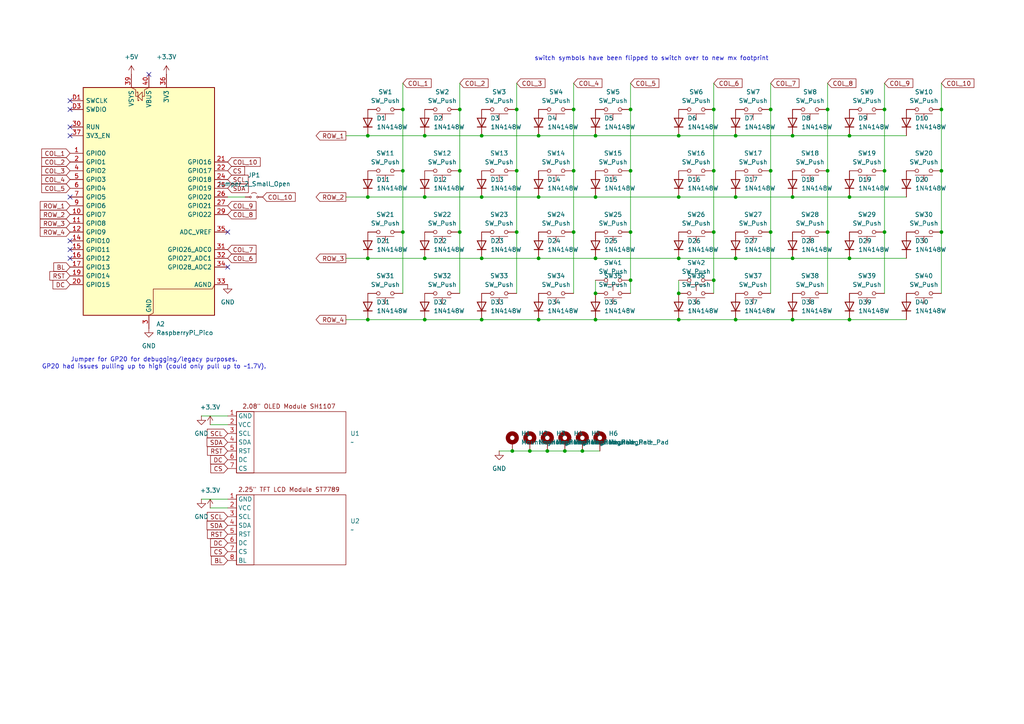
<source format=kicad_sch>
(kicad_sch (version 20250114) (generator "eeschema") (generator_version "9.0")
  (paper "A4")
  (text "Jumper for GP20 for debugging/legacy purposes.\nGP20 had issues pulling up to high (could only pull up to ~1.7V)." (at 44.704 105.41 0) (effects (font (size 1.27 1.27))))
  (text "switch symbols have been flipped to switch over to new mx footprint" (at 188.976 17.018 0) (effects (font (size 1.27 1.27))))
  (junction (at 156.21 92.71))
  (junction (at 223.52 49.53))
  (junction (at 106.68 92.71))
  (junction (at 196.85 57.15))
  (junction (at 116.84 31.75))
  (junction (at 229.87 39.37))
  (junction (at 273.05 31.75))
  (junction (at 172.72 85.09))
  (junction (at 166.37 49.53))
  (junction (at 148.59 130.81))
  (junction (at 256.54 67.31))
  (junction (at 213.36 74.93))
  (junction (at 133.35 49.53))
  (junction (at 166.37 67.31))
  (junction (at 256.54 31.75))
  (junction (at 166.37 31.75))
  (junction (at 207.01 67.31))
  (junction (at 229.87 57.15))
  (junction (at 196.85 39.37))
  (junction (at 223.52 31.75))
  (junction (at 196.85 92.71))
  (junction (at 168.91 130.81))
  (junction (at 240.03 31.75))
  (junction (at 116.84 67.31))
  (junction (at 139.7 74.93))
  (junction (at 149.86 31.75))
  (junction (at 149.86 49.53))
  (junction (at 273.05 49.53))
  (junction (at 156.21 39.37))
  (junction (at 139.7 57.15))
  (junction (at 196.85 85.09))
  (junction (at 240.03 49.53))
  (junction (at 207.01 49.53))
  (junction (at 182.88 31.75))
  (junction (at 207.01 81.28))
  (junction (at 213.36 92.71))
  (junction (at 229.87 74.93))
  (junction (at 213.36 57.15))
  (junction (at 123.19 74.93))
  (junction (at 240.03 67.31))
  (junction (at 182.88 81.28))
  (junction (at 273.05 67.31))
  (junction (at 123.19 57.15))
  (junction (at 158.75 130.81))
  (junction (at 149.86 67.31))
  (junction (at 223.52 67.31))
  (junction (at 246.38 39.37))
  (junction (at 163.83 130.81))
  (junction (at 172.72 74.93))
  (junction (at 256.54 49.53))
  (junction (at 133.35 67.31))
  (junction (at 246.38 74.93))
  (junction (at 229.87 92.71))
  (junction (at 156.21 57.15))
  (junction (at 172.72 57.15))
  (junction (at 116.84 49.53))
  (junction (at 106.68 74.93))
  (junction (at 153.67 130.81))
  (junction (at 133.35 31.75))
  (junction (at 182.88 49.53))
  (junction (at 246.38 57.15))
  (junction (at 246.38 92.71))
  (junction (at 139.7 92.71))
  (junction (at 172.72 92.71))
  (junction (at 139.7 39.37))
  (junction (at 182.88 67.31))
  (junction (at 172.72 39.37))
  (junction (at 123.19 39.37))
  (junction (at 106.68 57.15))
  (junction (at 106.68 39.37))
  (junction (at 196.85 74.93))
  (junction (at 123.19 92.71))
  (junction (at 213.36 39.37))
  (junction (at 207.01 31.75))
  (junction (at 156.21 74.93))
  (no_connect (at 20.32 57.15))
  (no_connect (at 20.32 39.37))
  (no_connect (at 20.32 36.83))
  (no_connect (at 20.32 29.21))
  (no_connect (at 20.32 31.75))
  (no_connect (at 43.18 21.59))
  (no_connect (at 66.04 67.31))
  (no_connect (at 20.32 72.39))
  (no_connect (at 20.32 69.85))
  (no_connect (at 66.04 77.47))
  (no_connect (at 20.32 74.93))
  (wire (pts (xy 139.7 92.71) (xy 156.21 92.71)))
  (wire (pts (xy 149.86 49.53) (xy 149.86 67.31)))
  (wire (pts (xy 123.19 57.15) (xy 139.7 57.15)))
  (wire (pts (xy 149.86 67.31) (xy 149.86 85.09)))
  (wire (pts (xy 213.36 92.71) (xy 229.87 92.71)))
  (wire (pts (xy 207.01 67.31) (xy 207.01 81.28)))
  (wire (pts (xy 116.84 31.75) (xy 116.84 49.53)))
  (wire (pts (xy 246.38 39.37) (xy 262.89 39.37)))
  (wire (pts (xy 58.42 144.78) (xy 66.04 144.78)))
  (wire (pts (xy 144.78 130.81) (xy 148.59 130.81)))
  (wire (pts (xy 60.96 147.32) (xy 66.04 147.32)))
  (wire (pts (xy 100.33 92.71) (xy 106.68 92.71)))
  (wire (pts (xy 207.01 31.75) (xy 207.01 49.53)))
  (wire (pts (xy 240.03 31.75) (xy 240.03 49.53)))
  (wire (pts (xy 182.88 81.28) (xy 182.88 85.09)))
  (wire (pts (xy 116.84 67.31) (xy 116.84 85.09)))
  (wire (pts (xy 213.36 74.93) (xy 229.87 74.93)))
  (wire (pts (xy 139.7 57.15) (xy 156.21 57.15)))
  (wire (pts (xy 229.87 39.37) (xy 246.38 39.37)))
  (wire (pts (xy 273.05 49.53) (xy 273.05 67.31)))
  (wire (pts (xy 213.36 57.15) (xy 229.87 57.15)))
  (wire (pts (xy 172.72 57.15) (xy 196.85 57.15)))
  (wire (pts (xy 166.37 49.53) (xy 166.37 67.31)))
  (wire (pts (xy 60.96 123.19) (xy 66.04 123.19)))
  (wire (pts (xy 116.84 49.53) (xy 116.84 67.31)))
  (wire (pts (xy 156.21 57.15) (xy 172.72 57.15)))
  (wire (pts (xy 123.19 39.37) (xy 139.7 39.37)))
  (wire (pts (xy 256.54 24.13) (xy 256.54 31.75)))
  (wire (pts (xy 100.33 57.15) (xy 106.68 57.15)))
  (wire (pts (xy 240.03 49.53) (xy 240.03 67.31)))
  (wire (pts (xy 166.37 31.75) (xy 166.37 49.53)))
  (wire (pts (xy 196.85 92.71) (xy 213.36 92.71)))
  (wire (pts (xy 133.35 67.31) (xy 133.35 85.09)))
  (wire (pts (xy 207.01 81.28) (xy 207.01 85.09)))
  (wire (pts (xy 156.21 39.37) (xy 172.72 39.37)))
  (wire (pts (xy 148.59 130.81) (xy 153.67 130.81)))
  (wire (pts (xy 149.86 24.13) (xy 149.86 31.75)))
  (wire (pts (xy 273.05 31.75) (xy 273.05 49.53)))
  (wire (pts (xy 223.52 31.75) (xy 223.52 49.53)))
  (wire (pts (xy 172.72 92.71) (xy 196.85 92.71)))
  (wire (pts (xy 133.35 24.13) (xy 133.35 31.75)))
  (wire (pts (xy 158.75 130.81) (xy 163.83 130.81)))
  (wire (pts (xy 106.68 92.71) (xy 123.19 92.71)))
  (wire (pts (xy 172.72 39.37) (xy 196.85 39.37)))
  (wire (pts (xy 256.54 31.75) (xy 256.54 49.53)))
  (wire (pts (xy 256.54 67.31) (xy 256.54 85.09)))
  (wire (pts (xy 166.37 24.13) (xy 166.37 31.75)))
  (wire (pts (xy 223.52 49.53) (xy 223.52 67.31)))
  (wire (pts (xy 273.05 24.13) (xy 273.05 31.75)))
  (wire (pts (xy 133.35 31.75) (xy 133.35 49.53)))
  (wire (pts (xy 246.38 92.71) (xy 262.89 92.71)))
  (wire (pts (xy 139.7 74.93) (xy 156.21 74.93)))
  (wire (pts (xy 168.91 130.81) (xy 173.99 130.81)))
  (wire (pts (xy 106.68 39.37) (xy 123.19 39.37)))
  (wire (pts (xy 229.87 57.15) (xy 246.38 57.15)))
  (wire (pts (xy 163.83 130.81) (xy 168.91 130.81)))
  (wire (pts (xy 172.72 81.28) (xy 172.72 85.09)))
  (wire (pts (xy 182.88 24.13) (xy 182.88 31.75)))
  (wire (pts (xy 182.88 67.31) (xy 182.88 81.28)))
  (wire (pts (xy 182.88 49.53) (xy 182.88 67.31)))
  (wire (pts (xy 213.36 39.37) (xy 229.87 39.37)))
  (wire (pts (xy 223.52 24.13) (xy 223.52 31.75)))
  (wire (pts (xy 149.86 31.75) (xy 149.86 49.53)))
  (wire (pts (xy 240.03 67.31) (xy 240.03 85.09)))
  (wire (pts (xy 166.37 67.31) (xy 166.37 85.09)))
  (wire (pts (xy 66.04 57.15) (xy 71.12 57.15)))
  (wire (pts (xy 116.84 24.13) (xy 116.84 31.75)))
  (wire (pts (xy 207.01 24.13) (xy 207.01 31.75)))
  (wire (pts (xy 153.67 130.81) (xy 158.75 130.81)))
  (wire (pts (xy 207.01 49.53) (xy 207.01 67.31)))
  (wire (pts (xy 256.54 49.53) (xy 256.54 67.31)))
  (wire (pts (xy 100.33 39.37) (xy 106.68 39.37)))
  (wire (pts (xy 139.7 39.37) (xy 156.21 39.37)))
  (wire (pts (xy 246.38 57.15) (xy 262.89 57.15)))
  (wire (pts (xy 133.35 49.53) (xy 133.35 67.31)))
  (wire (pts (xy 106.68 74.93) (xy 123.19 74.93)))
  (wire (pts (xy 123.19 74.93) (xy 139.7 74.93)))
  (wire (pts (xy 196.85 81.28) (xy 196.85 85.09)))
  (wire (pts (xy 246.38 74.93) (xy 262.89 74.93)))
  (wire (pts (xy 196.85 74.93) (xy 213.36 74.93)))
  (wire (pts (xy 156.21 92.71) (xy 172.72 92.71)))
  (wire (pts (xy 106.68 57.15) (xy 123.19 57.15)))
  (wire (pts (xy 196.85 39.37) (xy 213.36 39.37)))
  (wire (pts (xy 58.42 120.65) (xy 66.04 120.65)))
  (wire (pts (xy 196.85 57.15) (xy 213.36 57.15)))
  (wire (pts (xy 156.21 74.93) (xy 172.72 74.93)))
  (wire (pts (xy 100.33 74.93) (xy 106.68 74.93)))
  (wire (pts (xy 229.87 92.71) (xy 246.38 92.71)))
  (wire (pts (xy 273.05 67.31) (xy 273.05 85.09)))
  (wire (pts (xy 240.03 24.13) (xy 240.03 31.75)))
  (wire (pts (xy 229.87 74.93) (xy 246.38 74.93)))
  (wire (pts (xy 172.72 74.93) (xy 196.85 74.93)))
  (wire (pts (xy 223.52 67.31) (xy 223.52 85.09)))
  (wire (pts (xy 182.88 31.75) (xy 182.88 49.53)))
  (wire (pts (xy 123.19 92.71) (xy 139.7 92.71)))
  (global_label "ROW_1" (shape output) (at 100.33 39.37 180) (property "Intersheetrefs" "${INTERSHEET_REFS}" (effects (hide yes))))
  (global_label "COL_7" (shape input) (at 223.52 24.13 0) (property "Intersheetrefs" "${INTERSHEET_REFS}" (effects (hide yes))))
  (global_label "COL_3" (shape input) (at 20.32 49.53 180) (property "Intersheetrefs" "${INTERSHEET_REFS}" (effects (hide yes))))
  (global_label "BL" (shape input) (at 66.04 162.56 180) (property "Intersheetrefs" "${INTERSHEET_REFS}" (effects (hide yes))))
  (global_label "BL" (shape input) (at 20.32 77.47 180) (property "Intersheetrefs" "${INTERSHEET_REFS}" (effects (hide yes))))
  (global_label "SDA" (shape input) (at 66.04 152.4 180) (property "Intersheetrefs" "${INTERSHEET_REFS}" (effects (hide yes))))
  (global_label "SCL" (shape input) (at 66.04 125.73 180) (property "Intersheetrefs" "${INTERSHEET_REFS}" (effects (hide yes))))
  (global_label "COL_9" (shape input) (at 66.04 59.69 0) (property "Intersheetrefs" "${INTERSHEET_REFS}" (effects (hide yes))))
  (global_label "COL_10" (shape input) (at 273.05 24.13 0) (property "Intersheetrefs" "${INTERSHEET_REFS}" (effects (hide yes))))
  (global_label "COL_1" (shape input) (at 116.84 24.13 0) (property "Intersheetrefs" "${INTERSHEET_REFS}" (effects (hide yes))))
  (global_label "CS" (shape input) (at 66.04 135.89 180) (property "Intersheetrefs" "${INTERSHEET_REFS}" (effects (hide yes))))
  (global_label "COL_3" (shape input) (at 149.86 24.13 0) (property "Intersheetrefs" "${INTERSHEET_REFS}" (effects (hide yes))))
  (global_label "CS" (shape input) (at 66.04 49.53 0) (property "Intersheetrefs" "${INTERSHEET_REFS}" (effects (hide yes))))
  (global_label "CS" (shape input) (at 66.04 160.02 180) (property "Intersheetrefs" "${INTERSHEET_REFS}" (effects (hide yes))))
  (global_label "ROW_3" (shape input) (at 20.32 64.77 180) (property "Intersheetrefs" "${INTERSHEET_REFS}" (effects (hide yes))))
  (global_label "SDA" (shape input) (at 66.04 128.27 180) (property "Intersheetrefs" "${INTERSHEET_REFS}" (effects (hide yes))))
  (global_label "ROW_3" (shape output) (at 100.33 74.93 180) (property "Intersheetrefs" "${INTERSHEET_REFS}" (effects (hide yes))))
  (global_label "ROW_2" (shape output) (at 100.33 57.15 180) (property "Intersheetrefs" "${INTERSHEET_REFS}" (effects (hide yes))))
  (global_label "COL_6" (shape input) (at 207.01 24.13 0) (property "Intersheetrefs" "${INTERSHEET_REFS}" (effects (hide yes))))
  (global_label "COL_8" (shape input) (at 240.03 24.13 0) (property "Intersheetrefs" "${INTERSHEET_REFS}" (effects (hide yes))))
  (global_label "ROW_4" (shape input) (at 20.32 67.31 180) (property "Intersheetrefs" "${INTERSHEET_REFS}" (effects (hide yes))))
  (global_label "COL_4" (shape input) (at 20.32 52.07 180) (property "Intersheetrefs" "${INTERSHEET_REFS}" (effects (hide yes))))
  (global_label "COL_9" (shape input) (at 256.54 24.13 0) (property "Intersheetrefs" "${INTERSHEET_REFS}" (effects (hide yes))))
  (global_label "DC" (shape input) (at 20.32 82.55 180) (property "Intersheetrefs" "${INTERSHEET_REFS}" (effects (hide yes))))
  (global_label "COL_1" (shape input) (at 20.32 44.45 180) (property "Intersheetrefs" "${INTERSHEET_REFS}" (effects (hide yes))))
  (global_label "DC" (shape input) (at 66.04 133.35 180) (property "Intersheetrefs" "${INTERSHEET_REFS}" (effects (hide yes))))
  (global_label "COL_6" (shape input) (at 66.04 74.93 0) (property "Intersheetrefs" "${INTERSHEET_REFS}" (effects (hide yes))))
  (global_label "COL_8" (shape input) (at 66.04 62.23 0) (property "Intersheetrefs" "${INTERSHEET_REFS}" (effects (hide yes))))
  (global_label "COL_5" (shape input) (at 182.88 24.13 0) (property "Intersheetrefs" "${INTERSHEET_REFS}" (effects (hide yes))))
  (global_label "SCL" (shape input) (at 66.04 52.07 0) (property "Intersheetrefs" "${INTERSHEET_REFS}" (effects (hide yes))))
  (global_label "COL_7" (shape input) (at 66.04 72.39 0) (property "Intersheetrefs" "${INTERSHEET_REFS}" (effects (hide yes))))
  (global_label "RST" (shape input) (at 66.04 154.94 180) (property "Intersheetrefs" "${INTERSHEET_REFS}" (effects (hide yes))))
  (global_label "COL_2" (shape input) (at 133.35 24.13 0) (property "Intersheetrefs" "${INTERSHEET_REFS}" (effects (hide yes))))
  (global_label "COL_4" (shape input) (at 166.37 24.13 0) (property "Intersheetrefs" "${INTERSHEET_REFS}" (effects (hide yes))))
  (global_label "SCL" (shape input) (at 66.04 149.86 180) (property "Intersheetrefs" "${INTERSHEET_REFS}" (effects (hide yes))))
  (global_label "ROW_4" (shape output) (at 100.33 92.71 180) (property "Intersheetrefs" "${INTERSHEET_REFS}" (effects (hide yes))))
  (global_label "COL_2" (shape input) (at 20.32 46.99 180) (property "Intersheetrefs" "${INTERSHEET_REFS}" (effects (hide yes))))
  (global_label "DC" (shape input) (at 66.04 157.48 180) (property "Intersheetrefs" "${INTERSHEET_REFS}" (effects (hide yes))))
  (global_label "RST" (shape input) (at 66.04 130.81 180) (property "Intersheetrefs" "${INTERSHEET_REFS}" (effects (hide yes))))
  (global_label "COL_10" (shape input) (at 66.04 46.99 0) (property "Intersheetrefs" "${INTERSHEET_REFS}" (effects (hide yes))))
  (global_label "ROW_2" (shape input) (at 20.32 62.23 180) (property "Intersheetrefs" "${INTERSHEET_REFS}" (effects (hide yes))))
  (global_label "COL_5" (shape input) (at 20.32 54.61 180) (property "Intersheetrefs" "${INTERSHEET_REFS}" (effects (hide yes))))
  (global_label "COL_10" (shape input) (at 76.2 57.15 0) (property "Intersheetrefs" "${INTERSHEET_REFS}" (effects (hide yes))))
  (global_label "ROW_1" (shape input) (at 20.32 59.69 180) (property "Intersheetrefs" "${INTERSHEET_REFS}" (effects (hide yes))))
  (global_label "RST" (shape input) (at 20.32 80.01 180) (property "Intersheetrefs" "${INTERSHEET_REFS}" (effects (hide yes))))
  (global_label "SDA" (shape input) (at 66.04 54.61 0) (property "Intersheetrefs" "${INTERSHEET_REFS}" (effects (hide yes))))
  (symbol (lib_id "Diode:1N4148W") (at 106.68 53.34 90) (unit 1)
    (property "Reference" "D11" (at 109.22 52.0699 90) (effects (justify right)))
    (property "Value" "1N4148W" (at 109.22 54.6099 90) (effects (justify right)))
    (property "Footprint" "Diode_SMD:D_SOD-123" (effects (hide yes)))
    (property "Datasheet" "https://www.vishay.com/docs/85748/1n4148w.pdf" (effects (hide yes)))
    (property "Description" "75V 0.15A Fast Switching Diode, SOD-123" (effects (hide yes)))
    (property "Sim.Device" "D" (effects (hide yes)))
    (property "Sim.Pins" "1=K 2=A" (effects (hide yes)))
  )
  (symbol (lib_id "Diode:1N4148W") (at 156.21 35.56 90) (unit 1)
    (property "Reference" "D4" (at 158.75 34.2899 90) (effects (justify right)))
    (property "Value" "1N4148W" (at 158.75 36.8299 90) (effects (justify right)))
    (property "Footprint" "Diode_SMD:D_SOD-123" (effects (hide yes)))
    (property "Datasheet" "https://www.vishay.com/docs/85748/1n4148w.pdf" (effects (hide yes)))
    (property "Description" "75V 0.15A Fast Switching Diode, SOD-123" (effects (hide yes)))
    (property "Sim.Device" "D" (effects (hide yes)))
    (property "Sim.Pins" "1=K 2=A" (effects (hide yes)))
  )
  (symbol (lib_id "Switch:SW_Push") (at 234.95 49.53 180) (unit 1)
    (property "Reference" "SW18" (at 234.95 44.45 0))
    (property "Value" "SW_Push" (at 234.95 46.99 0))
    (property "Footprint" "keyswitches:Kailh_socket_MX" (effects (hide yes)))
    (property "Description" "Push button switch, generic, two pins" (effects (hide yes)))
  )
  (symbol (lib_id "Diode:1N4148W") (at 172.72 88.9 90) (unit 1)
    (property "Reference" "D35" (at 175.26 87.6299 90) (effects (justify right)))
    (property "Value" "1N4148W" (at 175.26 90.1699 90) (effects (justify right)))
    (property "Footprint" "Diode_SMD:D_SOD-123" (effects (hide yes)))
    (property "Datasheet" "https://www.vishay.com/docs/85748/1n4148w.pdf" (effects (hide yes)))
    (property "Description" "75V 0.15A Fast Switching Diode, SOD-123" (effects (hide yes)))
    (property "Sim.Device" "D" (effects (hide yes)))
    (property "Sim.Pins" "1=K 2=A" (effects (hide yes)))
  )
  (symbol (lib_id "power:GND") (at 66.04 82.55 0) (unit 1)
    (property "Reference" "#PWR02" (effects (hide yes)))
    (property "Value" "GND" (at 66.04 87.63 0))
    (property "Description" "Power symbol creates a global label with name \"GND\" , ground" (effects (hide yes)))
  )
  (symbol (lib_id "Diode:1N4148W") (at 172.72 35.56 90) (unit 1)
    (property "Reference" "D5" (at 175.26 34.2899 90) (effects (justify right)))
    (property "Value" "1N4148W" (at 175.26 36.8299 90) (effects (justify right)))
    (property "Footprint" "Diode_SMD:D_SOD-123" (effects (hide yes)))
    (property "Datasheet" "https://www.vishay.com/docs/85748/1n4148w.pdf" (effects (hide yes)))
    (property "Description" "75V 0.15A Fast Switching Diode, SOD-123" (effects (hide yes)))
    (property "Sim.Device" "D" (effects (hide yes)))
    (property "Sim.Pins" "1=K 2=A" (effects (hide yes)))
  )
  (symbol (lib_id "Switch:SW_Push") (at 218.44 67.31 180) (unit 1)
    (property "Reference" "SW27" (at 218.44 62.23 0))
    (property "Value" "SW_Push" (at 218.44 64.77 0))
    (property "Footprint" "keyswitches:Kailh_socket_MX" (effects (hide yes)))
    (property "Description" "Push button switch, generic, two pins" (effects (hide yes)))
  )
  (symbol (lib_id "Switch:SW_Push") (at 201.93 31.75 180) (unit 1)
    (property "Reference" "SW6" (at 201.93 26.67 0))
    (property "Value" "SW_Push" (at 201.93 29.21 0))
    (property "Footprint" "keyswitches:Kailh_socket_MX" (effects (hide yes)))
    (property "Description" "Push button switch, generic, two pins" (effects (hide yes)))
  )
  (symbol (lib_id "Mechanical:MountingHole_Pad") (at 158.75 128.27 0) (unit 1) (in_bom no)
    (property "Reference" "H3" (at 161.29 125.7299 0) (effects (justify left)))
    (property "Value" "MountingHole_Pad" (at 161.29 128.2699 0) (effects (justify left)))
    (property "Footprint" "MountingHole:MountingHole_2.2mm_M2_Pad" (effects (hide yes)))
    (property "Description" "Mounting Hole with connection" (effects (hide yes)))
  )
  (symbol (lib_id "Switch:SW_Push") (at 111.76 67.31 180) (unit 1)
    (property "Reference" "SW21" (at 111.76 62.23 0))
    (property "Value" "SW_Push" (at 111.76 64.77 0))
    (property "Footprint" "keyswitches:Kailh_socket_MX" (effects (hide yes)))
    (property "Description" "Push button switch, generic, two pins" (effects (hide yes)))
  )
  (symbol (lib_id "Switch:SW_Push") (at 201.93 49.53 180) (unit 1)
    (property "Reference" "SW16" (at 201.93 44.45 0))
    (property "Value" "SW_Push" (at 201.93 46.99 0))
    (property "Footprint" "keyswitches:Kailh_socket_MX" (effects (hide yes)))
    (property "Description" "Push button switch, generic, two pins" (effects (hide yes)))
  )
  (symbol (lib_id "Diode:1N4148W") (at 262.89 35.56 90) (unit 1)
    (property "Reference" "D10" (at 265.43 34.2899 90) (effects (justify right)))
    (property "Value" "1N4148W" (at 265.43 36.8299 90) (effects (justify right)))
    (property "Footprint" "Diode_SMD:D_SOD-123" (effects (hide yes)))
    (property "Datasheet" "https://www.vishay.com/docs/85748/1n4148w.pdf" (effects (hide yes)))
    (property "Description" "75V 0.15A Fast Switching Diode, SOD-123" (effects (hide yes)))
    (property "Sim.Device" "D" (effects (hide yes)))
    (property "Sim.Pins" "1=K 2=A" (effects (hide yes)))
  )
  (symbol (lib_id "Mechanical:MountingHole_Pad") (at 173.99 128.27 0) (unit 1) (in_bom no)
    (property "Reference" "H6" (at 176.53 125.7299 0) (effects (justify left)))
    (property "Value" "MountingHole_Pad" (at 176.53 128.2699 0) (effects (justify left)))
    (property "Footprint" "MountingHole:MountingHole_2.2mm_M2_Pad" (effects (hide yes)))
    (property "Description" "Mounting Hole with connection" (effects (hide yes)))
  )
  (symbol (lib_id "Switch:SW_Push") (at 177.8 49.53 180) (unit 1)
    (property "Reference" "SW15" (at 177.8 44.45 0))
    (property "Value" "SW_Push" (at 177.8 46.99 0))
    (property "Footprint" "keyswitches:Kailh_socket_MX" (effects (hide yes)))
    (property "Description" "Push button switch, generic, two pins" (effects (hide yes)))
  )
  (symbol (lib_id "Diode:1N4148W") (at 213.36 53.34 90) (unit 1)
    (property "Reference" "D17" (at 215.9 52.0699 90) (effects (justify right)))
    (property "Value" "1N4148W" (at 215.9 54.6099 90) (effects (justify right)))
    (property "Footprint" "Diode_SMD:D_SOD-123" (effects (hide yes)))
    (property "Datasheet" "https://www.vishay.com/docs/85748/1n4148w.pdf" (effects (hide yes)))
    (property "Description" "75V 0.15A Fast Switching Diode, SOD-123" (effects (hide yes)))
    (property "Sim.Device" "D" (effects (hide yes)))
    (property "Sim.Pins" "1=K 2=A" (effects (hide yes)))
  )
  (symbol (lib_id "power:GND") (at 144.78 130.81 0) (unit 1)
    (property "Reference" "#PWR09" (effects (hide yes)))
    (property "Value" "GND" (at 144.78 135.89 0))
    (property "Description" "Power symbol creates a global label with name \"GND\" , ground" (effects (hide yes)))
  )
  (symbol (lib_id "Switch:SW_Push") (at 251.46 31.75 180) (unit 1)
    (property "Reference" "SW9" (at 251.46 26.67 0))
    (property "Value" "SW_Push" (at 251.46 29.21 0))
    (property "Footprint" "keyswitches:Kailh_socket_MX" (effects (hide yes)))
    (property "Description" "Push button switch, generic, two pins" (effects (hide yes)))
  )
  (symbol (lib_id "Switch:SW_Push") (at 201.93 81.28 180) (unit 1)
    (property "Reference" "SW42" (at 201.93 76.2 0))
    (property "Value" "SW_Push" (at 201.93 78.74 0))
    (property "Footprint" "keyswitches:Kailh_socket_MX" (effects (hide yes)))
    (property "Description" "Push button switch, generic, two pins" (effects (hide yes)))
  )
  (symbol (lib_id "Switch:SW_Push") (at 128.27 49.53 180) (unit 1)
    (property "Reference" "SW12" (at 128.27 44.45 0))
    (property "Value" "SW_Push" (at 128.27 46.99 0))
    (property "Footprint" "keyswitches:Kailh_socket_MX" (effects (hide yes)))
    (property "Description" "Push button switch, generic, two pins" (effects (hide yes)))
  )
  (symbol (lib_id "Mechanical:MountingHole_Pad") (at 168.91 128.27 0) (unit 1) (in_bom no)
    (property "Reference" "H5" (at 171.45 125.7299 0) (effects (justify left)))
    (property "Value" "MountingHole_Pad" (at 171.45 128.2699 0) (effects (justify left)))
    (property "Footprint" "MountingHole:MountingHole_2.2mm_M2_Pad" (effects (hide yes)))
    (property "Description" "Mounting Hole with connection" (effects (hide yes)))
  )
  (symbol (lib_id "Switch:SW_Push") (at 161.29 31.75 180) (unit 1)
    (property "Reference" "SW4" (at 161.29 26.67 0))
    (property "Value" "SW_Push" (at 161.29 29.21 0))
    (property "Footprint" "keyswitches:Kailh_socket_MX" (effects (hide yes)))
    (property "Description" "Push button switch, generic, two pins" (effects (hide yes)))
  )
  (symbol (lib_id "Switch:SW_Push") (at 201.93 67.31 180) (unit 1)
    (property "Reference" "SW26" (at 201.93 62.23 0))
    (property "Value" "SW_Push" (at 201.93 64.77 0))
    (property "Footprint" "keyswitches:Kailh_socket_MX" (effects (hide yes)))
    (property "Description" "Push button switch, generic, two pins" (effects (hide yes)))
  )
  (symbol (lib_id "power:+3.3V") (at 48.26 21.59 0) (unit 1)
    (property "Reference" "#PWR04" (effects (hide yes)))
    (property "Value" "+3.3V" (at 48.26 16.51 0))
    (property "Description" "Power symbol creates a global label with name \"+3.3V\"" (effects (hide yes)))
  )
  (symbol (lib_id "Diode:1N4148W") (at 123.19 53.34 90) (unit 1)
    (property "Reference" "D12" (at 125.73 52.0699 90) (effects (justify right)))
    (property "Value" "1N4148W" (at 125.73 54.6099 90) (effects (justify right)))
    (property "Footprint" "Diode_SMD:D_SOD-123" (effects (hide yes)))
    (property "Datasheet" "https://www.vishay.com/docs/85748/1n4148w.pdf" (effects (hide yes)))
    (property "Description" "75V 0.15A Fast Switching Diode, SOD-123" (effects (hide yes)))
    (property "Sim.Device" "D" (effects (hide yes)))
    (property "Sim.Pins" "1=K 2=A" (effects (hide yes)))
  )
  (symbol (lib_id "local:2.08_Inch_OLED") (at 83.82 128.27 0) (unit 1)
    (property "Reference" "U1" (at 101.6 125.7271 0) (effects (justify left)))
    (property "Value" "~" (at 101.6 128.2671 0) (effects (justify left)))
    (property "Footprint" "local:SH1122_2.08inch" (effects (hide yes)))
  )
  (symbol (lib_id "Switch:SW_Push") (at 111.76 31.75 180) (unit 1)
    (property "Reference" "SW1" (at 111.76 26.67 0))
    (property "Value" "SW_Push" (at 111.76 29.21 0))
    (property "Footprint" "keyswitches:Kailh_socket_MX" (effects (hide yes)))
    (property "Description" "Push button switch, generic, two pins" (effects (hide yes)))
  )
  (symbol (lib_id "Switch:SW_Push") (at 201.93 85.09 180) (unit 1)
    (property "Reference" "SW36" (at 201.93 80.01 0))
    (property "Value" "SW_Push" (at 201.93 82.55 0))
    (property "Footprint" "keyswitches:Kailh_socket_MX" (effects (hide yes)))
    (property "Description" "Push button switch, generic, two pins" (effects (hide yes)))
  )
  (symbol (lib_id "Switch:SW_Push") (at 234.95 85.09 180) (unit 1)
    (property "Reference" "SW38" (at 234.95 80.01 0))
    (property "Value" "SW_Push" (at 234.95 82.55 0))
    (property "Footprint" "keyswitches:Kailh_socket_MX" (effects (hide yes)))
    (property "Description" "Push button switch, generic, two pins" (effects (hide yes)))
  )
  (symbol (lib_id "Diode:1N4148W") (at 229.87 88.9 90) (unit 1)
    (property "Reference" "D38" (at 232.41 87.6299 90) (effects (justify right)))
    (property "Value" "1N4148W" (at 232.41 90.1699 90) (effects (justify right)))
    (property "Footprint" "Diode_SMD:D_SOD-123" (effects (hide yes)))
    (property "Datasheet" "https://www.vishay.com/docs/85748/1n4148w.pdf" (effects (hide yes)))
    (property "Description" "75V 0.15A Fast Switching Diode, SOD-123" (effects (hide yes)))
    (property "Sim.Device" "D" (effects (hide yes)))
    (property "Sim.Pins" "1=K 2=A" (effects (hide yes)))
  )
  (symbol (lib_id "Diode:1N4148W") (at 106.68 71.12 90) (unit 1)
    (property "Reference" "D21" (at 109.22 69.8499 90) (effects (justify right)))
    (property "Value" "1N4148W" (at 109.22 72.3899 90) (effects (justify right)))
    (property "Footprint" "Diode_SMD:D_SOD-123" (effects (hide yes)))
    (property "Datasheet" "https://www.vishay.com/docs/85748/1n4148w.pdf" (effects (hide yes)))
    (property "Description" "75V 0.15A Fast Switching Diode, SOD-123" (effects (hide yes)))
    (property "Sim.Device" "D" (effects (hide yes)))
    (property "Sim.Pins" "1=K 2=A" (effects (hide yes)))
  )
  (symbol (lib_id "Diode:1N4148W") (at 172.72 53.34 90) (unit 1)
    (property "Reference" "D15" (at 175.26 52.0699 90) (effects (justify right)))
    (property "Value" "1N4148W" (at 175.26 54.6099 90) (effects (justify right)))
    (property "Footprint" "Diode_SMD:D_SOD-123" (effects (hide yes)))
    (property "Datasheet" "https://www.vishay.com/docs/85748/1n4148w.pdf" (effects (hide yes)))
    (property "Description" "75V 0.15A Fast Switching Diode, SOD-123" (effects (hide yes)))
    (property "Sim.Device" "D" (effects (hide yes)))
    (property "Sim.Pins" "1=K 2=A" (effects (hide yes)))
  )
  (symbol (lib_id "Switch:SW_Push") (at 111.76 49.53 180) (unit 1)
    (property "Reference" "SW11" (at 111.76 44.45 0))
    (property "Value" "SW_Push" (at 111.76 46.99 0))
    (property "Footprint" "keyswitches:Kailh_socket_MX" (effects (hide yes)))
    (property "Description" "Push button switch, generic, two pins" (effects (hide yes)))
  )
  (symbol (lib_id "Diode:1N4148W") (at 156.21 71.12 90) (unit 1)
    (property "Reference" "D24" (at 158.75 69.8499 90) (effects (justify right)))
    (property "Value" "1N4148W" (at 158.75 72.3899 90) (effects (justify right)))
    (property "Footprint" "Diode_SMD:D_SOD-123" (effects (hide yes)))
    (property "Datasheet" "https://www.vishay.com/docs/85748/1n4148w.pdf" (effects (hide yes)))
    (property "Description" "75V 0.15A Fast Switching Diode, SOD-123" (effects (hide yes)))
    (property "Sim.Device" "D" (effects (hide yes)))
    (property "Sim.Pins" "1=K 2=A" (effects (hide yes)))
  )
  (symbol (lib_id "Diode:1N4148W") (at 123.19 71.12 90) (unit 1)
    (property "Reference" "D22" (at 125.73 69.8499 90) (effects (justify right)))
    (property "Value" "1N4148W" (at 125.73 72.3899 90) (effects (justify right)))
    (property "Footprint" "Diode_SMD:D_SOD-123" (effects (hide yes)))
    (property "Datasheet" "https://www.vishay.com/docs/85748/1n4148w.pdf" (effects (hide yes)))
    (property "Description" "75V 0.15A Fast Switching Diode, SOD-123" (effects (hide yes)))
    (property "Sim.Device" "D" (effects (hide yes)))
    (property "Sim.Pins" "1=K 2=A" (effects (hide yes)))
  )
  (symbol (lib_id "Diode:1N4148W") (at 262.89 88.9 90) (unit 1)
    (property "Reference" "D40" (at 265.43 87.6299 90) (effects (justify right)))
    (property "Value" "1N4148W" (at 265.43 90.1699 90) (effects (justify right)))
    (property "Footprint" "Diode_SMD:D_SOD-123" (effects (hide yes)))
    (property "Datasheet" "https://www.vishay.com/docs/85748/1n4148w.pdf" (effects (hide yes)))
    (property "Description" "75V 0.15A Fast Switching Diode, SOD-123" (effects (hide yes)))
    (property "Sim.Device" "D" (effects (hide yes)))
    (property "Sim.Pins" "1=K 2=A" (effects (hide yes)))
  )
  (symbol (lib_id "Switch:SW_Push") (at 267.97 85.09 180) (unit 1)
    (property "Reference" "SW40" (at 267.97 80.01 0))
    (property "Value" "SW_Push" (at 267.97 82.55 0))
    (property "Footprint" "keyswitches:Kailh_socket_MX" (effects (hide yes)))
    (property "Description" "Push button switch, generic, two pins" (effects (hide yes)))
  )
  (symbol (lib_id "Switch:SW_Push") (at 234.95 31.75 180) (unit 1)
    (property "Reference" "SW8" (at 234.95 26.67 0))
    (property "Value" "SW_Push" (at 234.95 29.21 0))
    (property "Footprint" "keyswitches:Kailh_socket_MX" (effects (hide yes)))
    (property "Description" "Push button switch, generic, two pins" (effects (hide yes)))
  )
  (symbol (lib_id "Switch:SW_Push") (at 128.27 85.09 180) (unit 1)
    (property "Reference" "SW32" (at 128.27 80.01 0))
    (property "Value" "SW_Push" (at 128.27 82.55 0))
    (property "Footprint" "keyswitches:Kailh_socket_MX" (effects (hide yes)))
    (property "Description" "Push button switch, generic, two pins" (effects (hide yes)))
  )
  (symbol (lib_id "Switch:SW_Push") (at 251.46 49.53 180) (unit 1)
    (property "Reference" "SW19" (at 251.46 44.45 0))
    (property "Value" "SW_Push" (at 251.46 46.99 0))
    (property "Footprint" "keyswitches:Kailh_socket_MX" (effects (hide yes)))
    (property "Description" "Push button switch, generic, two pins" (effects (hide yes)))
  )
  (symbol (lib_id "Switch:SW_Push") (at 161.29 85.09 180) (unit 1)
    (property "Reference" "SW34" (at 161.29 80.01 0))
    (property "Value" "SW_Push" (at 161.29 82.55 0))
    (property "Footprint" "keyswitches:Kailh_socket_MX" (effects (hide yes)))
    (property "Description" "Push button switch, generic, two pins" (effects (hide yes)))
  )
  (symbol (lib_id "Switch:SW_Push") (at 128.27 67.31 180) (unit 1)
    (property "Reference" "SW22" (at 128.27 62.23 0))
    (property "Value" "SW_Push" (at 128.27 64.77 0))
    (property "Footprint" "keyswitches:Kailh_socket_MX" (effects (hide yes)))
    (property "Description" "Push button switch, generic, two pins" (effects (hide yes)))
  )
  (symbol (lib_id "Switch:SW_Push") (at 177.8 81.28 180) (unit 1)
    (property "Reference" "SW41" (at 177.8 76.2 0))
    (property "Value" "SW_Push" (at 177.8 78.74 0))
    (property "Footprint" "keyswitches:Kailh_socket_MX" (effects (hide yes)))
    (property "Description" "Push button switch, generic, two pins" (effects (hide yes)))
  )
  (symbol (lib_id "Switch:SW_Push") (at 267.97 67.31 180) (unit 1)
    (property "Reference" "SW30" (at 267.97 62.23 0))
    (property "Value" "SW_Push" (at 267.97 64.77 0))
    (property "Footprint" "keyswitches:Kailh_socket_MX" (effects (hide yes)))
    (property "Description" "Push button switch, generic, two pins" (effects (hide yes)))
  )
  (symbol (lib_id "Diode:1N4148W") (at 172.72 71.12 90) (unit 1)
    (property "Reference" "D25" (at 175.26 69.8499 90) (effects (justify right)))
    (property "Value" "1N4148W" (at 175.26 72.3899 90) (effects (justify right)))
    (property "Footprint" "Diode_SMD:D_SOD-123" (effects (hide yes)))
    (property "Datasheet" "https://www.vishay.com/docs/85748/1n4148w.pdf" (effects (hide yes)))
    (property "Description" "75V 0.15A Fast Switching Diode, SOD-123" (effects (hide yes)))
    (property "Sim.Device" "D" (effects (hide yes)))
    (property "Sim.Pins" "1=K 2=A" (effects (hide yes)))
  )
  (symbol (lib_id "Switch:SW_Push") (at 177.8 31.75 180) (unit 1)
    (property "Reference" "SW5" (at 177.8 26.67 0))
    (property "Value" "SW_Push" (at 177.8 29.21 0))
    (property "Footprint" "keyswitches:Kailh_socket_MX" (effects (hide yes)))
    (property "Description" "Push button switch, generic, two pins" (effects (hide yes)))
  )
  (symbol (lib_id "Switch:SW_Push") (at 128.27 31.75 180) (unit 1)
    (property "Reference" "SW2" (at 128.27 26.67 0))
    (property "Value" "SW_Push" (at 128.27 29.21 0))
    (property "Footprint" "keyswitches:Kailh_socket_MX" (effects (hide yes)))
    (property "Description" "Push button switch, generic, two pins" (effects (hide yes)))
  )
  (symbol (lib_id "Diode:1N4148W") (at 156.21 88.9 90) (unit 1)
    (property "Reference" "D34" (at 158.75 87.6299 90) (effects (justify right)))
    (property "Value" "1N4148W" (at 158.75 90.1699 90) (effects (justify right)))
    (property "Footprint" "Diode_SMD:D_SOD-123" (effects (hide yes)))
    (property "Datasheet" "https://www.vishay.com/docs/85748/1n4148w.pdf" (effects (hide yes)))
    (property "Description" "75V 0.15A Fast Switching Diode, SOD-123" (effects (hide yes)))
    (property "Sim.Device" "D" (effects (hide yes)))
    (property "Sim.Pins" "1=K 2=A" (effects (hide yes)))
  )
  (symbol (lib_id "Diode:1N4148W") (at 246.38 71.12 90) (unit 1)
    (property "Reference" "D29" (at 248.92 69.8499 90) (effects (justify right)))
    (property "Value" "1N4148W" (at 248.92 72.3899 90) (effects (justify right)))
    (property "Footprint" "Diode_SMD:D_SOD-123" (effects (hide yes)))
    (property "Datasheet" "https://www.vishay.com/docs/85748/1n4148w.pdf" (effects (hide yes)))
    (property "Description" "75V 0.15A Fast Switching Diode, SOD-123" (effects (hide yes)))
    (property "Sim.Device" "D" (effects (hide yes)))
    (property "Sim.Pins" "1=K 2=A" (effects (hide yes)))
  )
  (symbol (lib_id "power:+5V") (at 38.1 21.59 0) (unit 1)
    (property "Reference" "#PWR03" (effects (hide yes)))
    (property "Value" "+5V" (at 38.1 16.51 0))
    (property "Description" "Power symbol creates a global label with name \"+5V\"" (effects (hide yes)))
  )
  (symbol (lib_id "Diode:1N4148W") (at 246.38 35.56 90) (unit 1)
    (property "Reference" "D9" (at 248.92 34.2899 90) (effects (justify right)))
    (property "Value" "1N4148W" (at 248.92 36.8299 90) (effects (justify right)))
    (property "Footprint" "Diode_SMD:D_SOD-123" (effects (hide yes)))
    (property "Datasheet" "https://www.vishay.com/docs/85748/1n4148w.pdf" (effects (hide yes)))
    (property "Description" "75V 0.15A Fast Switching Diode, SOD-123" (effects (hide yes)))
    (property "Sim.Device" "D" (effects (hide yes)))
    (property "Sim.Pins" "1=K 2=A" (effects (hide yes)))
  )
  (symbol (lib_id "Switch:SW_Push") (at 177.8 67.31 180) (unit 1)
    (property "Reference" "SW25" (at 177.8 62.23 0))
    (property "Value" "SW_Push" (at 177.8 64.77 0))
    (property "Footprint" "keyswitches:Kailh_socket_MX" (effects (hide yes)))
    (property "Description" "Push button switch, generic, two pins" (effects (hide yes)))
  )
  (symbol (lib_id "Switch:SW_Push") (at 161.29 49.53 180) (unit 1)
    (property "Reference" "SW14" (at 161.29 44.45 0))
    (property "Value" "SW_Push" (at 161.29 46.99 0))
    (property "Footprint" "keyswitches:Kailh_socket_MX" (effects (hide yes)))
    (property "Description" "Push button switch, generic, two pins" (effects (hide yes)))
  )
  (symbol (lib_id "local:2.25_Inch_LCD") (at 83.82 153.67 0) (unit 1)
    (property "Reference" "U2" (at 101.6 151.1271 0) (effects (justify left)))
    (property "Value" "~" (at 101.6 153.6671 0) (effects (justify left)))
    (property "Footprint" "local:ST7789_2.25inch" (effects (hide yes)))
  )
  (symbol (lib_id "Diode:1N4148W") (at 156.21 53.34 90) (unit 1)
    (property "Reference" "D14" (at 158.75 52.0699 90) (effects (justify right)))
    (property "Value" "1N4148W" (at 158.75 54.6099 90) (effects (justify right)))
    (property "Footprint" "Diode_SMD:D_SOD-123" (effects (hide yes)))
    (property "Datasheet" "https://www.vishay.com/docs/85748/1n4148w.pdf" (effects (hide yes)))
    (property "Description" "75V 0.15A Fast Switching Diode, SOD-123" (effects (hide yes)))
    (property "Sim.Device" "D" (effects (hide yes)))
    (property "Sim.Pins" "1=K 2=A" (effects (hide yes)))
  )
  (symbol (lib_id "Diode:1N4148W") (at 196.85 88.9 90) (unit 1)
    (property "Reference" "D36" (at 199.39 87.6299 90) (effects (justify right)))
    (property "Value" "1N4148W" (at 199.39 90.1699 90) (effects (justify right)))
    (property "Footprint" "Diode_SMD:D_SOD-123" (effects (hide yes)))
    (property "Datasheet" "https://www.vishay.com/docs/85748/1n4148w.pdf" (effects (hide yes)))
    (property "Description" "75V 0.15A Fast Switching Diode, SOD-123" (effects (hide yes)))
    (property "Sim.Device" "D" (effects (hide yes)))
    (property "Sim.Pins" "1=K 2=A" (effects (hide yes)))
  )
  (symbol (lib_id "Diode:1N4148W") (at 229.87 53.34 90) (unit 1)
    (property "Reference" "D18" (at 232.41 52.0699 90) (effects (justify right)))
    (property "Value" "1N4148W" (at 232.41 54.6099 90) (effects (justify right)))
    (property "Footprint" "Diode_SMD:D_SOD-123" (effects (hide yes)))
    (property "Datasheet" "https://www.vishay.com/docs/85748/1n4148w.pdf" (effects (hide yes)))
    (property "Description" "75V 0.15A Fast Switching Diode, SOD-123" (effects (hide yes)))
    (property "Sim.Device" "D" (effects (hide yes)))
    (property "Sim.Pins" "1=K 2=A" (effects (hide yes)))
  )
  (symbol (lib_id "Switch:SW_Push") (at 234.95 67.31 180) (unit 1)
    (property "Reference" "SW28" (at 234.95 62.23 0))
    (property "Value" "SW_Push" (at 234.95 64.77 0))
    (property "Footprint" "keyswitches:Kailh_socket_MX" (effects (hide yes)))
    (property "Description" "Push button switch, generic, two pins" (effects (hide yes)))
  )
  (symbol (lib_id "Mechanical:MountingHole_Pad") (at 148.59 128.27 0) (unit 1) (in_bom no)
    (property "Reference" "H1" (at 151.13 125.7299 0) (effects (justify left)))
    (property "Value" "MountingHole_Pad" (at 151.13 128.2699 0) (effects (justify left)))
    (property "Footprint" "MountingHole:MountingHole_2.2mm_M2_Pad" (effects (hide yes)))
    (property "Description" "Mounting Hole with connection" (effects (hide yes)))
  )
  (symbol (lib_id "Diode:1N4148W") (at 139.7 88.9 90) (unit 1)
    (property "Reference" "D33" (at 142.24 87.6299 90) (effects (justify right)))
    (property "Value" "1N4148W" (at 142.24 90.1699 90) (effects (justify right)))
    (property "Footprint" "Diode_SMD:D_SOD-123" (effects (hide yes)))
    (property "Datasheet" "https://www.vishay.com/docs/85748/1n4148w.pdf" (effects (hide yes)))
    (property "Description" "75V 0.15A Fast Switching Diode, SOD-123" (effects (hide yes)))
    (property "Sim.Device" "D" (effects (hide yes)))
    (property "Sim.Pins" "1=K 2=A" (effects (hide yes)))
  )
  (symbol (lib_id "Diode:1N4148W") (at 262.89 53.34 90) (unit 1)
    (property "Reference" "D20" (at 265.43 52.0699 90) (effects (justify right)))
    (property "Value" "1N4148W" (at 265.43 54.6099 90) (effects (justify right)))
    (property "Footprint" "Diode_SMD:D_SOD-123" (effects (hide yes)))
    (property "Datasheet" "https://www.vishay.com/docs/85748/1n4148w.pdf" (effects (hide yes)))
    (property "Description" "75V 0.15A Fast Switching Diode, SOD-123" (effects (hide yes)))
    (property "Sim.Device" "D" (effects (hide yes)))
    (property "Sim.Pins" "1=K 2=A" (effects (hide yes)))
  )
  (symbol (lib_id "Switch:SW_Push") (at 218.44 31.75 180) (unit 1)
    (property "Reference" "SW7" (at 218.44 26.67 0))
    (property "Value" "SW_Push" (at 218.44 29.21 0))
    (property "Footprint" "keyswitches:Kailh_socket_MX" (effects (hide yes)))
    (property "Description" "Push button switch, generic, two pins" (effects (hide yes)))
  )
  (symbol (lib_id "Switch:SW_Push") (at 251.46 85.09 180) (unit 1)
    (property "Reference" "SW39" (at 251.46 80.01 0))
    (property "Value" "SW_Push" (at 251.46 82.55 0))
    (property "Footprint" "keyswitches:Kailh_socket_MX" (effects (hide yes)))
    (property "Description" "Push button switch, generic, two pins" (effects (hide yes)))
  )
  (symbol (lib_id "power:GND") (at 58.42 144.78 0) (unit 1)
    (property "Reference" "#PWR06" (effects (hide yes)))
    (property "Value" "GND" (at 58.42 149.86 0))
    (property "Description" "Power symbol creates a global label with name \"GND\" , ground" (effects (hide yes)))
  )
  (symbol (lib_id "Diode:1N4148W") (at 246.38 53.34 90) (unit 1)
    (property "Reference" "D19" (at 248.92 52.0699 90) (effects (justify right)))
    (property "Value" "1N4148W" (at 248.92 54.6099 90) (effects (justify right)))
    (property "Footprint" "Diode_SMD:D_SOD-123" (effects (hide yes)))
    (property "Datasheet" "https://www.vishay.com/docs/85748/1n4148w.pdf" (effects (hide yes)))
    (property "Description" "75V 0.15A Fast Switching Diode, SOD-123" (effects (hide yes)))
    (property "Sim.Device" "D" (effects (hide yes)))
    (property "Sim.Pins" "1=K 2=A" (effects (hide yes)))
  )
  (symbol (lib_id "power:+3.3V") (at 60.96 147.32 0) (unit 1)
    (property "Reference" "#PWR08" (effects (hide yes)))
    (property "Value" "+3.3V" (at 60.96 142.24 0))
    (property "Description" "Power symbol creates a global label with name \"+3.3V\"" (effects (hide yes)))
  )
  (symbol (lib_id "power:GND") (at 43.18 95.25 0) (unit 1)
    (property "Reference" "#PWR01" (effects (hide yes)))
    (property "Value" "GND" (at 43.18 100.33 0))
    (property "Description" "Power symbol creates a global label with name \"GND\" , ground" (effects (hide yes)))
  )
  (symbol (lib_id "Diode:1N4148W") (at 213.36 88.9 90) (unit 1)
    (property "Reference" "D37" (at 215.9 87.6299 90) (effects (justify right)))
    (property "Value" "1N4148W" (at 215.9 90.1699 90) (effects (justify right)))
    (property "Footprint" "Diode_SMD:D_SOD-123" (effects (hide yes)))
    (property "Datasheet" "https://www.vishay.com/docs/85748/1n4148w.pdf" (effects (hide yes)))
    (property "Description" "75V 0.15A Fast Switching Diode, SOD-123" (effects (hide yes)))
    (property "Sim.Device" "D" (effects (hide yes)))
    (property "Sim.Pins" "1=K 2=A" (effects (hide yes)))
  )
  (symbol (lib_id "Switch:SW_Push") (at 111.76 85.09 180) (unit 1)
    (property "Reference" "SW31" (at 111.76 80.01 0))
    (property "Value" "SW_Push" (at 111.76 82.55 0))
    (property "Footprint" "keyswitches:Kailh_socket_MX" (effects (hide yes)))
    (property "Description" "Push button switch, generic, two pins" (effects (hide yes)))
  )
  (symbol (lib_id "Diode:1N4148W") (at 139.7 71.12 90) (unit 1)
    (property "Reference" "D23" (at 142.24 69.8499 90) (effects (justify right)))
    (property "Value" "1N4148W" (at 142.24 72.3899 90) (effects (justify right)))
    (property "Footprint" "Diode_SMD:D_SOD-123" (effects (hide yes)))
    (property "Datasheet" "https://www.vishay.com/docs/85748/1n4148w.pdf" (effects (hide yes)))
    (property "Description" "75V 0.15A Fast Switching Diode, SOD-123" (effects (hide yes)))
    (property "Sim.Device" "D" (effects (hide yes)))
    (property "Sim.Pins" "1=K 2=A" (effects (hide yes)))
  )
  (symbol (lib_id "Diode:1N4148W") (at 229.87 71.12 90) (unit 1)
    (property "Reference" "D28" (at 232.41 69.8499 90) (effects (justify right)))
    (property "Value" "1N4148W" (at 232.41 72.3899 90) (effects (justify right)))
    (property "Footprint" "Diode_SMD:D_SOD-123" (effects (hide yes)))
    (property "Datasheet" "https://www.vishay.com/docs/85748/1n4148w.pdf" (effects (hide yes)))
    (property "Description" "75V 0.15A Fast Switching Diode, SOD-123" (effects (hide yes)))
    (property "Sim.Device" "D" (effects (hide yes)))
    (property "Sim.Pins" "1=K 2=A" (effects (hide yes)))
  )
  (symbol (lib_id "Jumper:Jumper_2_Small_Open") (at 73.66 57.15 0) (unit 1)
    (property "Reference" "JP1" (at 73.66 50.8 0))
    (property "Value" "Jumper_2_Small_Open" (at 73.66 53.34 0))
    (property "Footprint" "Jumper:SolderJumper-2_P1.3mm_Open_RoundedPad1.0x1.5mm" (effects (hide yes)))
    (property "Description" "Jumper, 2-pole, small symbol, open" (effects (hide yes)))
  )
  (symbol (lib_id "Diode:1N4148W") (at 139.7 53.34 90) (unit 1)
    (property "Reference" "D13" (at 142.24 52.0699 90) (effects (justify right)))
    (property "Value" "1N4148W" (at 142.24 54.6099 90) (effects (justify right)))
    (property "Footprint" "Diode_SMD:D_SOD-123" (effects (hide yes)))
    (property "Datasheet" "https://www.vishay.com/docs/85748/1n4148w.pdf" (effects (hide yes)))
    (property "Description" "75V 0.15A Fast Switching Diode, SOD-123" (effects (hide yes)))
    (property "Sim.Device" "D" (effects (hide yes)))
    (property "Sim.Pins" "1=K 2=A" (effects (hide yes)))
  )
  (symbol (lib_id "Diode:1N4148W") (at 139.7 35.56 90) (unit 1)
    (property "Reference" "D3" (at 142.24 34.2899 90) (effects (justify right)))
    (property "Value" "1N4148W" (at 142.24 36.8299 90) (effects (justify right)))
    (property "Footprint" "Diode_SMD:D_SOD-123" (effects (hide yes)))
    (property "Datasheet" "https://www.vishay.com/docs/85748/1n4148w.pdf" (effects (hide yes)))
    (property "Description" "75V 0.15A Fast Switching Diode, SOD-123" (effects (hide yes)))
    (property "Sim.Device" "D" (effects (hide yes)))
    (property "Sim.Pins" "1=K 2=A" (effects (hide yes)))
  )
  (symbol (lib_id "Diode:1N4148W") (at 123.19 88.9 90) (unit 1)
    (property "Reference" "D32" (at 125.73 87.6299 90) (effects (justify right)))
    (property "Value" "1N4148W" (at 125.73 90.1699 90) (effects (justify right)))
    (property "Footprint" "Diode_SMD:D_SOD-123" (effects (hide yes)))
    (property "Datasheet" "https://www.vishay.com/docs/85748/1n4148w.pdf" (effects (hide yes)))
    (property "Description" "75V 0.15A Fast Switching Diode, SOD-123" (effects (hide yes)))
    (property "Sim.Device" "D" (effects (hide yes)))
    (property "Sim.Pins" "1=K 2=A" (effects (hide yes)))
  )
  (symbol (lib_id "Switch:SW_Push") (at 267.97 49.53 180) (unit 1)
    (property "Reference" "SW20" (at 267.97 44.45 0))
    (property "Value" "SW_Push" (at 267.97 46.99 0))
    (property "Footprint" "keyswitches:Kailh_socket_MX" (effects (hide yes)))
    (property "Description" "Push button switch, generic, two pins" (effects (hide yes)))
  )
  (symbol (lib_id "Switch:SW_Push") (at 144.78 85.09 180) (unit 1)
    (property "Reference" "SW33" (at 144.78 80.01 0))
    (property "Value" "SW_Push" (at 144.78 82.55 0))
    (property "Footprint" "keyswitches:Kailh_socket_MX" (effects (hide yes)))
    (property "Description" "Push button switch, generic, two pins" (effects (hide yes)))
  )
  (symbol (lib_id "Switch:SW_Push") (at 267.97 31.75 180) (unit 1)
    (property "Reference" "SW10" (at 267.97 26.67 0))
    (property "Value" "SW_Push" (at 267.97 29.21 0))
    (property "Footprint" "keyswitches:Kailh_socket_MX" (effects (hide yes)))
    (property "Description" "Push button switch, generic, two pins" (effects (hide yes)))
  )
  (symbol (lib_id "Diode:1N4148W") (at 229.87 35.56 90) (unit 1)
    (property "Reference" "D8" (at 232.41 34.2899 90) (effects (justify right)))
    (property "Value" "1N4148W" (at 232.41 36.8299 90) (effects (justify right)))
    (property "Footprint" "Diode_SMD:D_SOD-123" (effects (hide yes)))
    (property "Datasheet" "https://www.vishay.com/docs/85748/1n4148w.pdf" (effects (hide yes)))
    (property "Description" "75V 0.15A Fast Switching Diode, SOD-123" (effects (hide yes)))
    (property "Sim.Device" "D" (effects (hide yes)))
    (property "Sim.Pins" "1=K 2=A" (effects (hide yes)))
  )
  (symbol (lib_id "Switch:SW_Push") (at 144.78 67.31 180) (unit 1)
    (property "Reference" "SW23" (at 144.78 62.23 0))
    (property "Value" "SW_Push" (at 144.78 64.77 0))
    (property "Footprint" "keyswitches:Kailh_socket_MX" (effects (hide yes)))
    (property "Description" "Push button switch, generic, two pins" (effects (hide yes)))
  )
  (symbol (lib_id "power:+3.3V") (at 60.96 123.19 0) (unit 1)
    (property "Reference" "#PWR07" (effects (hide yes)))
    (property "Value" "+3.3V" (at 60.96 118.11 0))
    (property "Description" "Power symbol creates a global label with name \"+3.3V\"" (effects (hide yes)))
  )
  (symbol (lib_id "Diode:1N4148W") (at 106.68 88.9 90) (unit 1)
    (property "Reference" "D31" (at 109.22 87.6299 90) (effects (justify right)))
    (property "Value" "1N4148W" (at 109.22 90.1699 90) (effects (justify right)))
    (property "Footprint" "Diode_SMD:D_SOD-123" (effects (hide yes)))
    (property "Datasheet" "https://www.vishay.com/docs/85748/1n4148w.pdf" (effects (hide yes)))
    (property "Description" "75V 0.15A Fast Switching Diode, SOD-123" (effects (hide yes)))
    (property "Sim.Device" "D" (effects (hide yes)))
    (property "Sim.Pins" "1=K 2=A" (effects (hide yes)))
  )
  (symbol (lib_id "Diode:1N4148W") (at 262.89 71.12 90) (unit 1)
    (property "Reference" "D30" (at 265.43 69.8499 90) (effects (justify right)))
    (property "Value" "1N4148W" (at 265.43 72.3899 90) (effects (justify right)))
    (property "Footprint" "Diode_SMD:D_SOD-123" (effects (hide yes)))
    (property "Datasheet" "https://www.vishay.com/docs/85748/1n4148w.pdf" (effects (hide yes)))
    (property "Description" "75V 0.15A Fast Switching Diode, SOD-123" (effects (hide yes)))
    (property "Sim.Device" "D" (effects (hide yes)))
    (property "Sim.Pins" "1=K 2=A" (effects (hide yes)))
  )
  (symbol (lib_id "Switch:SW_Push") (at 218.44 85.09 180) (unit 1)
    (property "Reference" "SW37" (at 218.44 80.01 0))
    (property "Value" "SW_Push" (at 218.44 82.55 0))
    (property "Footprint" "keyswitches:Kailh_socket_MX" (effects (hide yes)))
    (property "Description" "Push button switch, generic, two pins" (effects (hide yes)))
  )
  (symbol (lib_id "Diode:1N4148W") (at 106.68 35.56 90) (unit 1)
    (property "Reference" "D1" (at 109.22 34.2899 90) (effects (justify right)))
    (property "Value" "1N4148W" (at 109.22 36.8299 90) (effects (justify right)))
    (property "Footprint" "Diode_SMD:D_SOD-123" (effects (hide yes)))
    (property "Datasheet" "https://www.vishay.com/docs/85748/1n4148w.pdf" (effects (hide yes)))
    (property "Description" "75V 0.15A Fast Switching Diode, SOD-123" (effects (hide yes)))
    (property "Sim.Device" "D" (effects (hide yes)))
    (property "Sim.Pins" "1=K 2=A" (effects (hide yes)))
  )
  (symbol (lib_id "Switch:SW_Push") (at 144.78 49.53 180) (unit 1)
    (property "Reference" "SW13" (at 144.78 44.45 0))
    (property "Value" "SW_Push" (at 144.78 46.99 0))
    (property "Footprint" "keyswitches:Kailh_socket_MX" (effects (hide yes)))
    (property "Description" "Push button switch, generic, two pins" (effects (hide yes)))
  )
  (symbol (lib_id "Diode:1N4148W") (at 196.85 35.56 90) (unit 1)
    (property "Reference" "D6" (at 199.39 34.2899 90) (effects (justify right)))
    (property "Value" "1N4148W" (at 199.39 36.8299 90) (effects (justify right)))
    (property "Footprint" "Diode_SMD:D_SOD-123" (effects (hide yes)))
    (property "Datasheet" "https://www.vishay.com/docs/85748/1n4148w.pdf" (effects (hide yes)))
    (property "Description" "75V 0.15A Fast Switching Diode, SOD-123" (effects (hide yes)))
    (property "Sim.Device" "D" (effects (hide yes)))
    (property "Sim.Pins" "1=K 2=A" (effects (hide yes)))
  )
  (symbol (lib_id "Diode:1N4148W") (at 213.36 35.56 90) (unit 1)
    (property "Reference" "D7" (at 215.9 34.2899 90) (effects (justify right)))
    (property "Value" "1N4148W" (at 215.9 36.8299 90) (effects (justify right)))
    (property "Footprint" "Diode_SMD:D_SOD-123" (effects (hide yes)))
    (property "Datasheet" "https://www.vishay.com/docs/85748/1n4148w.pdf" (effects (hide yes)))
    (property "Description" "75V 0.15A Fast Switching Diode, SOD-123" (effects (hide yes)))
    (property "Sim.Device" "D" (effects (hide yes)))
    (property "Sim.Pins" "1=K 2=A" (effects (hide yes)))
  )
  (symbol (lib_id "Diode:1N4148W") (at 196.85 71.12 90) (unit 1)
    (property "Reference" "D26" (at 199.39 69.8499 90) (effects (justify right)))
    (property "Value" "1N4148W" (at 199.39 72.3899 90) (effects (justify right)))
    (property "Footprint" "Diode_SMD:D_SOD-123" (effects (hide yes)))
    (property "Datasheet" "https://www.vishay.com/docs/85748/1n4148w.pdf" (effects (hide yes)))
    (property "Description" "75V 0.15A Fast Switching Diode, SOD-123" (effects (hide yes)))
    (property "Sim.Device" "D" (effects (hide yes)))
    (property "Sim.Pins" "1=K 2=A" (effects (hide yes)))
  )
  (symbol (lib_id "power:GND") (at 58.42 120.65 0) (unit 1)
    (property "Reference" "#PWR05" (effects (hide yes)))
    (property "Value" "GND" (at 58.42 125.73 0))
    (property "Description" "Power symbol creates a global label with name \"GND\" , ground" (effects (hide yes)))
  )
  (symbol (lib_id "Diode:1N4148W") (at 123.19 35.56 90) (unit 1)
    (property "Reference" "D2" (at 125.73 34.2899 90) (effects (justify right)))
    (property "Value" "1N4148W" (at 125.73 36.8299 90) (effects (justify right)))
    (property "Footprint" "Diode_SMD:D_SOD-123" (effects (hide yes)))
    (property "Datasheet" "https://www.vishay.com/docs/85748/1n4148w.pdf" (effects (hide yes)))
    (property "Description" "75V 0.15A Fast Switching Diode, SOD-123" (effects (hide yes)))
    (property "Sim.Device" "D" (effects (hide yes)))
    (property "Sim.Pins" "1=K 2=A" (effects (hide yes)))
  )
  (symbol (lib_id "Switch:SW_Push") (at 251.46 67.31 180) (unit 1)
    (property "Reference" "SW29" (at 251.46 62.23 0))
    (property "Value" "SW_Push" (at 251.46 64.77 0))
    (property "Footprint" "keyswitches:Kailh_socket_MX" (effects (hide yes)))
    (property "Description" "Push button switch, generic, two pins" (effects (hide yes)))
  )
  (symbol (lib_id "MCU_Module:RaspberryPi_Pico_Debug") (at 43.18 59.69 0) (unit 1)
    (property "Reference" "A2" (at 45.3233 93.98 0) (effects (justify left)))
    (property "Value" "RaspberryPi_Pico" (at 45.3233 96.52 0) (effects (justify left)))
    (property "Footprint" "Module:RaspberryPi_Pico_Common_Unspecified" (effects (hide yes)))
    (property "Datasheet" "https://datasheets.raspberrypi.com/pico/pico-datasheet.pdf" (effects (hide yes)))
    (property "Description" "Versatile and inexpensive microcontroller module (with debug pins) powered by RP2040 dual-core Arm Cortex-M0+ processor up to 133 MHz, 264kB SRAM, 2MB QSPI flash; also supports Raspberry Pi Pico 2" (effects (hide yes)))
  )
  (symbol (lib_id "Switch:SW_Push") (at 161.29 67.31 180) (unit 1)
    (property "Reference" "SW24" (at 161.29 62.23 0))
    (property "Value" "SW_Push" (at 161.29 64.77 0))
    (property "Footprint" "keyswitches:Kailh_socket_MX" (effects (hide yes)))
    (property "Description" "Push button switch, generic, two pins" (effects (hide yes)))
  )
  (symbol (lib_id "Switch:SW_Push") (at 177.8 85.09 180) (unit 1)
    (property "Reference" "SW35" (at 177.8 80.01 0))
    (property "Value" "SW_Push" (at 177.8 82.55 0))
    (property "Footprint" "keyswitches:Kailh_socket_MX" (effects (hide yes)))
    (property "Description" "Push button switch, generic, two pins" (effects (hide yes)))
  )
  (symbol (lib_id "Diode:1N4148W") (at 196.85 53.34 90) (unit 1)
    (property "Reference" "D16" (at 199.39 52.0699 90) (effects (justify right)))
    (property "Value" "1N4148W" (at 199.39 54.6099 90) (effects (justify right)))
    (property "Footprint" "Diode_SMD:D_SOD-123" (effects (hide yes)))
    (property "Datasheet" "https://www.vishay.com/docs/85748/1n4148w.pdf" (effects (hide yes)))
    (property "Description" "75V 0.15A Fast Switching Diode, SOD-123" (effects (hide yes)))
    (property "Sim.Device" "D" (effects (hide yes)))
    (property "Sim.Pins" "1=K 2=A" (effects (hide yes)))
  )
  (symbol (lib_id "Diode:1N4148W") (at 213.36 71.12 90) (unit 1)
    (property "Reference" "D27" (at 215.9 69.8499 90) (effects (justify right)))
    (property "Value" "1N4148W" (at 215.9 72.3899 90) (effects (justify right)))
    (property "Footprint" "Diode_SMD:D_SOD-123" (effects (hide yes)))
    (property "Datasheet" "https://www.vishay.com/docs/85748/1n4148w.pdf" (effects (hide yes)))
    (property "Description" "75V 0.15A Fast Switching Diode, SOD-123" (effects (hide yes)))
    (property "Sim.Device" "D" (effects (hide yes)))
    (property "Sim.Pins" "1=K 2=A" (effects (hide yes)))
  )
  (symbol (lib_id "Switch:SW_Push") (at 144.78 31.75 180) (unit 1)
    (property "Reference" "SW3" (at 144.78 26.67 0))
    (property "Value" "SW_Push" (at 144.78 29.21 0))
    (property "Footprint" "keyswitches:Kailh_socket_MX" (effects (hide yes)))
    (property "Description" "Push button switch, generic, two pins" (effects (hide yes)))
  )
  (symbol (lib_id "Diode:1N4148W") (at 246.38 88.9 90) (unit 1)
    (property "Reference" "D39" (at 248.92 87.6299 90) (effects (justify right)))
    (property "Value" "1N4148W" (at 248.92 90.1699 90) (effects (justify right)))
    (property "Footprint" "Diode_SMD:D_SOD-123" (effects (hide yes)))
    (property "Datasheet" "https://www.vishay.com/docs/85748/1n4148w.pdf" (effects (hide yes)))
    (property "Description" "75V 0.15A Fast Switching Diode, SOD-123" (effects (hide yes)))
    (property "Sim.Device" "D" (effects (hide yes)))
    (property "Sim.Pins" "1=K 2=A" (effects (hide yes)))
  )
  (symbol (lib_id "Mechanical:MountingHole_Pad") (at 163.83 128.27 0) (unit 1) (in_bom no)
    (property "Reference" "H4" (at 166.37 125.7299 0) (effects (justify left)))
    (property "Value" "MountingHole_Pad" (at 166.37 128.2699 0) (effects (justify left)))
    (property "Footprint" "MountingHole:MountingHole_2.2mm_M2_Pad" (effects (hide yes)))
    (property "Description" "Mounting Hole with connection" (effects (hide yes)))
  )
  (symbol (lib_id "Mechanical:MountingHole_Pad") (at 153.67 128.27 0) (unit 1) (in_bom no)
    (property "Reference" "H2" (at 156.21 125.7299 0) (effects (justify left)))
    (property "Value" "MountingHole_Pad" (at 156.21 128.2699 0) (effects (justify left)))
    (property "Footprint" "MountingHole:MountingHole_2.2mm_M2_Pad" (effects (hide yes)))
    (property "Description" "Mounting Hole with connection" (effects (hide yes)))
  )
  (symbol (lib_id "Switch:SW_Push") (at 218.44 49.53 180) (unit 1)
    (property "Reference" "SW17" (at 218.44 44.45 0))
    (property "Value" "SW_Push" (at 218.44 46.99 0))
    (property "Footprint" "keyswitches:Kailh_socket_MX" (effects (hide yes)))
    (property "Description" "Push button switch, generic, two pins" (effects (hide yes)))
  )
)
</source>
